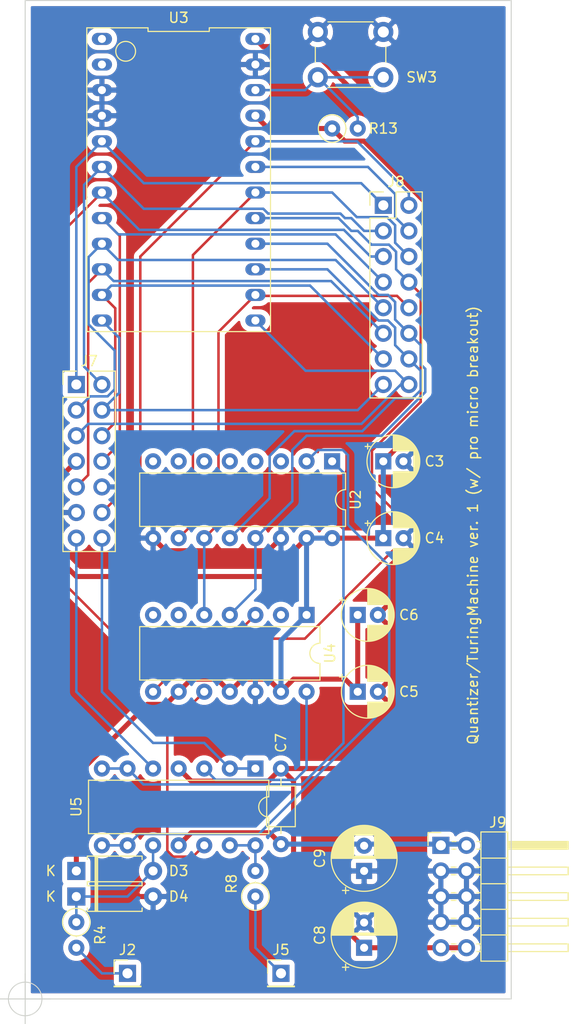
<source format=kicad_pcb>
(kicad_pcb (version 20171130) (host pcbnew "(5.1.8-0-10_14)")
  (layers (0 F.Cu signal) (31 B.Cu signal) (34 B.Paste user) (35 F.Paste user) (36 B.SilkS user) (37 F.SilkS user) (38 B.Mask user) (39 F.Mask user) (44 Edge.Cuts user))
  (net 0 "")
  (net 1 GND)
  (net 2 +5V)
  (net 3 +12V)
  (net 4 -12V)
  (net 5 "Net-(D3-Pad2)")
  (net 6 "Net-(J2-Pad1)")
  (net 7 "Net-(J5-Pad1)")
  (net 8 /Sheet628BB73E/i2c_data)
  (net 9 /Sheet628BB73E/i2c_clk)
  (net 10 /Sheet628BB73E/re_2)
  (net 11 /Sheet628BB73E/btn_enter)
  (net 12 /Sheet628BB73E/re_1)
  (net 13 /Sheet628BB73E/gate)
  (net 14 /Sheet628BB73E/audio_in_1)
  (net 15 /Sheet628BB73E/audio_out_1)
  (net 16 /Sheet628BB73E/D20_A2)
  (net 17 /Sheet628BB73E/CS_DA)
  (net 18 /Sheet628BB73E/CS_AD)
  (net 19 /Sheet628BB73E/D18_A0)
  (net 20 /Sheet628BB73E/D16)
  (net 21 /Sheet628BB73E/D15)
  (net 22 /Sheet628BB73E/D14)
  (net 23 "Net-(R8-Pad2)")
  (net 24 "Net-(R13-Pad2)")
  (net 25 "Net-(U2-Pad1)")
  (net 26 "Net-(U2-Pad2)")
  (net 27 "Net-(U2-Pad3)")
  (net 28 "Net-(U2-Pad4)")
  (net 29 "Net-(U2-Pad5)")
  (net 30 "Net-(U2-Pad6)")
  (net 31 "Net-(U2-Pad7)")
  (net 32 "Net-(U2-Pad8)")
  (net 33 "Net-(U3-Pad1)")
  (net 34 "Net-(U3-Pad2)")
  (net 35 "Net-(U4-Pad14)")
  (net 36 "Net-(U4-Pad7)")
  (net 37 "Net-(U4-Pad6)")
  (net 38 "Net-(U4-Pad10)")
  (net 39 "Net-(U4-Pad2)")
  (net 40 /Sheet628BB73E/TM_off)
  (net 41 /Sheet628BB73E/TM_on)
  (net 42 /Sheet628BB73E/TM_pot)
  (module Capacitor_THT:CP_Radial_D5.0mm_P2.00mm (layer F.Cu) (at 134.62 96.52)
    (fp_text reference C3 (at 5.08 0) (layer F.SilkS))
    (fp_text value 10u)
    (pad 2 thru_hole circle (at 2 0) (size 1.6 1.6) (drill 0.8) (layers *.Cu *.Mask) (net 1 GND))
    (pad 1 thru_hole rect (at 0 0) (size 1.6 1.6) (drill 0.8) (layers *.Cu *.Mask) (net 2 +5V))
  )
  (module Capacitor_THT:CP_Radial_D5.0mm_P2.00mm (layer F.Cu) (at 134.62 104.14)
    (fp_text reference C4 (at 5.08 0) (layer F.SilkS))
    (fp_text value 1u)
    (pad 1 thru_hole rect (at 0 0) (size 1.6 1.6) (drill 0.8) (layers *.Cu *.Mask) (net 2 +5V))
    (pad 2 thru_hole circle (at 2 0) (size 1.6 1.6) (drill 0.8) (layers *.Cu *.Mask) (net 1 GND))
  )
  (module Capacitor_THT:CP_Radial_D5.0mm_P2.00mm (layer F.Cu) (at 132.08 119.38)
    (fp_text reference C5 (at 5.08 0) (layer F.SilkS))
    (fp_text value 10u)
    (pad 2 thru_hole circle (at 2 0) (size 1.6 1.6) (drill 0.8) (layers *.Cu *.Mask) (net 1 GND))
    (pad 1 thru_hole rect (at 0 0) (size 1.6 1.6) (drill 0.8) (layers *.Cu *.Mask) (net 2 +5V))
  )
  (module Capacitor_THT:CP_Radial_D5.0mm_P2.00mm (layer F.Cu) (at 132.08 111.76)
    (fp_text reference C6 (at 5.08 0) (layer F.SilkS))
    (fp_text value 1u)
    (pad 1 thru_hole rect (at 0 0) (size 1.6 1.6) (drill 0.8) (layers *.Cu *.Mask) (net 2 +5V))
    (pad 2 thru_hole circle (at 2 0) (size 1.6 1.6) (drill 0.8) (layers *.Cu *.Mask) (net 1 GND))
  )
  (module Capacitor_THT:C_Axial_L3.8mm_D2.6mm_P7.50mm_Horizontal (layer F.Cu) (at 124.46 127 270)
    (fp_text reference C7 (at -2.54 0 90) (layer F.SilkS))
    (fp_text value 0.1u)
    (pad 1 thru_hole circle (at 0 0 270) (size 1.6 1.6) (drill 0.8) (layers *.Cu *.Mask) (net 3 +12V))
    (pad 2 thru_hole oval (at 7.5 0 270) (size 1.6 1.6) (drill 0.8) (layers *.Cu *.Mask) (net 4 -12V))
  )
  (module Capacitor_THT:CP_Radial_D6.3mm_P2.50mm (layer F.Cu) (at 132.715 144.78 90)
    (fp_text reference C8 (at 1.25 -4.4 90) (layer F.SilkS))
    (fp_text value 100u)
    (pad 1 thru_hole rect (at 0 0 90) (size 1.6 1.6) (drill 0.8) (layers *.Cu *.Mask) (net 3 +12V))
    (pad 2 thru_hole circle (at 2.5 0 90) (size 1.6 1.6) (drill 0.8) (layers *.Cu *.Mask) (net 1 GND))
  )
  (module Capacitor_THT:CP_Radial_D6.3mm_P2.50mm (layer F.Cu) (at 132.715 137.16 90)
    (fp_text reference C9 (at 1.25 -4.4 90) (layer F.SilkS))
    (fp_text value 100u)
    (pad 2 thru_hole circle (at 2.5 0 90) (size 1.6 1.6) (drill 0.8) (layers *.Cu *.Mask) (net 4 -12V))
    (pad 1 thru_hole rect (at 0 0 90) (size 1.6 1.6) (drill 0.8) (layers *.Cu *.Mask) (net 1 GND))
  )
  (module Diode_THT:D_A-405_P7.62mm_Horizontal (layer F.Cu) (at 104.14 137.16)
    (fp_text reference D3 (at 10.16 0) (layer F.SilkS))
    (fp_text value D)
    (fp_text user K (at -2.54 0) (layer F.SilkS))
    (pad 1 thru_hole rect (at 0 0) (size 1.8 1.8) (drill 0.9) (layers *.Cu *.Mask) (net 2 +5V))
    (pad 2 thru_hole oval (at 7.62 0) (size 1.8 1.8) (drill 0.9) (layers *.Cu *.Mask) (net 5 "Net-(D3-Pad2)"))
  )
  (module Diode_THT:D_A-405_P7.62mm_Horizontal (layer F.Cu) (at 104.14 139.7)
    (fp_text reference D4 (at 10.16 0) (layer F.SilkS))
    (fp_text value D)
    (fp_text user K (at -2.54 0) (layer F.SilkS))
    (pad 2 thru_hole oval (at 7.62 0) (size 1.8 1.8) (drill 0.9) (layers *.Cu *.Mask) (net 1 GND))
    (pad 1 thru_hole rect (at 0 0) (size 1.8 1.8) (drill 0.9) (layers *.Cu *.Mask) (net 5 "Net-(D3-Pad2)"))
  )
  (module Connector_PinHeader_2.54mm:PinHeader_1x01_P2.54mm_Vertical (layer F.Cu) (at 109.22 147.32)
    (fp_text reference J2 (at 0 -2.33) (layer F.SilkS))
    (fp_text value Audio_in_2)
    (pad 1 thru_hole rect (at 0 0) (size 1.7 1.7) (drill 1) (layers *.Cu *.Mask) (net 6 "Net-(J2-Pad1)"))
  )
  (module Connector_PinHeader_2.54mm:PinHeader_1x01_P2.54mm_Vertical (layer F.Cu) (at 124.46 147.32)
    (fp_text reference J5 (at 0 -2.33) (layer F.SilkS))
    (fp_text value Audio_out_2)
    (pad 1 thru_hole rect (at 0 0) (size 1.7 1.7) (drill 1) (layers *.Cu *.Mask) (net 7 "Net-(J5-Pad1)"))
  )
  (module Connector_PinHeader_2.54mm:PinHeader_2x08_P2.54mm_Vertical (layer F.Cu) (at 134.62 71.12)
    (fp_text reference J8 (at 1.27 -2.33) (layer F.SilkS))
    (fp_text value breakout)
    (pad 1 thru_hole rect (at 0 0) (size 1.7 1.7) (drill 1) (layers *.Cu *.Mask) (net 8 /Sheet628BB73E/i2c_data))
    (pad 2 thru_hole oval (at 2.54 0) (size 1.7 1.7) (drill 1) (layers *.Cu *.Mask) (net 42 /Sheet628BB73E/TM_pot))
    (pad 3 thru_hole oval (at 0 2.54) (size 1.7 1.7) (drill 1) (layers *.Cu *.Mask) (net 9 /Sheet628BB73E/i2c_clk))
    (pad 4 thru_hole oval (at 2.54 2.54) (size 1.7 1.7) (drill 1) (layers *.Cu *.Mask) (net 16 /Sheet628BB73E/D20_A2))
    (pad 5 thru_hole oval (at 0 5.08) (size 1.7 1.7) (drill 1) (layers *.Cu *.Mask) (net 17 /Sheet628BB73E/CS_DA))
    (pad 6 thru_hole oval (at 2.54 5.08) (size 1.7 1.7) (drill 1) (layers *.Cu *.Mask) (net 18 /Sheet628BB73E/CS_AD))
    (pad 7 thru_hole oval (at 0 7.62) (size 1.7 1.7) (drill 1) (layers *.Cu *.Mask) (net 41 /Sheet628BB73E/TM_on))
    (pad 8 thru_hole oval (at 2.54 7.62) (size 1.7 1.7) (drill 1) (layers *.Cu *.Mask) (net 19 /Sheet628BB73E/D18_A0))
    (pad 9 thru_hole oval (at 0 10.16) (size 1.7 1.7) (drill 1) (layers *.Cu *.Mask) (net 10 /Sheet628BB73E/re_2))
    (pad 10 thru_hole oval (at 2.54 10.16) (size 1.7 1.7) (drill 1) (layers *.Cu *.Mask) (net 20 /Sheet628BB73E/D16))
    (pad 11 thru_hole oval (at 0 12.7) (size 1.7 1.7) (drill 1) (layers *.Cu *.Mask) (net 13 /Sheet628BB73E/gate))
    (pad 12 thru_hole oval (at 2.54 12.7) (size 1.7 1.7) (drill 1) (layers *.Cu *.Mask) (net 21 /Sheet628BB73E/D15))
    (pad 13 thru_hole oval (at 0 15.24) (size 1.7 1.7) (drill 1) (layers *.Cu *.Mask) (net 40 /Sheet628BB73E/TM_off))
    (pad 14 thru_hole oval (at 2.54 15.24) (size 1.7 1.7) (drill 1) (layers *.Cu *.Mask) (net 22 /Sheet628BB73E/D14))
    (pad 15 thru_hole oval (at 0 17.78) (size 1.7 1.7) (drill 1) (layers *.Cu *.Mask) (net 11 /Sheet628BB73E/btn_enter))
    (pad 16 thru_hole oval (at 2.54 17.78) (size 1.7 1.7) (drill 1) (layers *.Cu *.Mask) (net 12 /Sheet628BB73E/re_1))
  )
  (module Connector_PinHeader_2.54mm:PinHeader_2x05_P2.54mm_Horizontal (layer F.Cu) (at 140.335 134.62)
    (fp_text reference J9 (at 5.655 -2.27) (layer F.SilkS))
    (fp_text value power_bus)
    (pad 1 thru_hole rect (at 0 0) (size 1.7 1.7) (drill 1) (layers *.Cu *.Mask) (net 4 -12V))
    (pad 2 thru_hole oval (at 2.54 0) (size 1.7 1.7) (drill 1) (layers *.Cu *.Mask) (net 4 -12V))
    (pad 3 thru_hole oval (at 0 2.54) (size 1.7 1.7) (drill 1) (layers *.Cu *.Mask) (net 1 GND))
    (pad 4 thru_hole oval (at 2.54 2.54) (size 1.7 1.7) (drill 1) (layers *.Cu *.Mask) (net 1 GND))
    (pad 5 thru_hole oval (at 0 5.08) (size 1.7 1.7) (drill 1) (layers *.Cu *.Mask) (net 1 GND))
    (pad 6 thru_hole oval (at 2.54 5.08) (size 1.7 1.7) (drill 1) (layers *.Cu *.Mask) (net 1 GND))
    (pad 7 thru_hole oval (at 0 7.62) (size 1.7 1.7) (drill 1) (layers *.Cu *.Mask) (net 1 GND))
    (pad 8 thru_hole oval (at 2.54 7.62) (size 1.7 1.7) (drill 1) (layers *.Cu *.Mask) (net 1 GND))
    (pad 9 thru_hole oval (at 0 10.16) (size 1.7 1.7) (drill 1) (layers *.Cu *.Mask) (net 3 +12V))
    (pad 10 thru_hole oval (at 2.54 10.16) (size 1.7 1.7) (drill 1) (layers *.Cu *.Mask) (net 3 +12V))
  )
  (module Resistor_THT:R_Axial_DIN0207_L6.3mm_D2.5mm_P2.54mm_Vertical (layer F.Cu) (at 104.14 142.24 270)
    (fp_text reference R4 (at 1.27 -2.37 90) (layer F.SilkS))
    (fp_text value 100k)
    (pad 2 thru_hole oval (at 2.54 0 270) (size 1.6 1.6) (drill 0.8) (layers *.Cu *.Mask) (net 6 "Net-(J2-Pad1)"))
    (pad 1 thru_hole circle (at 0 0 270) (size 1.6 1.6) (drill 0.8) (layers *.Cu *.Mask) (net 5 "Net-(D3-Pad2)"))
  )
  (module Resistor_THT:R_Axial_DIN0207_L6.3mm_D2.5mm_P2.54mm_Vertical (layer F.Cu) (at 121.92 139.7 90)
    (fp_text reference R8 (at 1.27 -2.37 90) (layer F.SilkS))
    (fp_text value 1k)
    (pad 1 thru_hole circle (at 0 0 90) (size 1.6 1.6) (drill 0.8) (layers *.Cu *.Mask) (net 7 "Net-(J5-Pad1)"))
    (pad 2 thru_hole oval (at 2.54 0 90) (size 1.6 1.6) (drill 0.8) (layers *.Cu *.Mask) (net 23 "Net-(R8-Pad2)"))
  )
  (module Resistor_THT:R_Axial_DIN0207_L6.3mm_D2.5mm_P2.54mm_Vertical (layer F.Cu) (at 129.54 63.5)
    (fp_text reference R13 (at 5.08 0) (layer F.SilkS))
    (fp_text value 10k)
    (pad 1 thru_hole circle (at 0 0) (size 1.6 1.6) (drill 0.8) (layers *.Cu *.Mask) (net 2 +5V))
    (pad 2 thru_hole oval (at 2.54 0) (size 1.6 1.6) (drill 0.8) (layers *.Cu *.Mask) (net 24 "Net-(R13-Pad2)"))
  )
  (module Button_Switch_THT:SW_PUSH_6mm (layer F.Cu) (at 134.62 58.42 180)
    (fp_text reference SW3 (at -3.81 0) (layer F.SilkS))
    (fp_text value reset)
    (pad 2 thru_hole circle (at 0 4.5 270) (size 2 2) (drill 1.1) (layers *.Cu *.Mask) (net 1 GND))
    (pad 1 thru_hole circle (at 0 0 270) (size 2 2) (drill 1.1) (layers *.Cu *.Mask) (net 24 "Net-(R13-Pad2)"))
    (pad 2 thru_hole circle (at 6.5 4.5 270) (size 2 2) (drill 1.1) (layers *.Cu *.Mask) (net 1 GND))
    (pad 1 thru_hole circle (at 6.5 0 270) (size 2 2) (drill 1.1) (layers *.Cu *.Mask) (net 24 "Net-(R13-Pad2)"))
  )
  (module Package_DIP:DIP-16_W7.62mm (layer F.Cu) (at 129.54 96.52 270)
    (fp_text reference U2 (at 3.81 -2.33 90) (layer F.SilkS))
    (fp_text value MCP3208)
    (pad 1 thru_hole rect (at 0 0 270) (size 1.6 1.6) (drill 0.8) (layers *.Cu *.Mask) (net 25 "Net-(U2-Pad1)"))
    (pad 9 thru_hole oval (at 7.62 17.78 270) (size 1.6 1.6) (drill 0.8) (layers *.Cu *.Mask) (net 1 GND))
    (pad 2 thru_hole oval (at 0 2.54 270) (size 1.6 1.6) (drill 0.8) (layers *.Cu *.Mask) (net 26 "Net-(U2-Pad2)"))
    (pad 10 thru_hole oval (at 7.62 15.24 270) (size 1.6 1.6) (drill 0.8) (layers *.Cu *.Mask) (net 18 /Sheet628BB73E/CS_AD))
    (pad 3 thru_hole oval (at 0 5.08 270) (size 1.6 1.6) (drill 0.8) (layers *.Cu *.Mask) (net 27 "Net-(U2-Pad3)"))
    (pad 11 thru_hole oval (at 7.62 12.7 270) (size 1.6 1.6) (drill 0.8) (layers *.Cu *.Mask) (net 20 /Sheet628BB73E/D16))
    (pad 4 thru_hole oval (at 0 7.62 270) (size 1.6 1.6) (drill 0.8) (layers *.Cu *.Mask) (net 28 "Net-(U2-Pad4)"))
    (pad 12 thru_hole oval (at 7.62 10.16 270) (size 1.6 1.6) (drill 0.8) (layers *.Cu *.Mask) (net 22 /Sheet628BB73E/D14))
    (pad 5 thru_hole oval (at 0 10.16 270) (size 1.6 1.6) (drill 0.8) (layers *.Cu *.Mask) (net 29 "Net-(U2-Pad5)"))
    (pad 13 thru_hole oval (at 7.62 7.62 270) (size 1.6 1.6) (drill 0.8) (layers *.Cu *.Mask) (net 21 /Sheet628BB73E/D15))
    (pad 6 thru_hole oval (at 0 12.7 270) (size 1.6 1.6) (drill 0.8) (layers *.Cu *.Mask) (net 30 "Net-(U2-Pad6)"))
    (pad 14 thru_hole oval (at 7.62 5.08 270) (size 1.6 1.6) (drill 0.8) (layers *.Cu *.Mask) (net 1 GND))
    (pad 7 thru_hole oval (at 0 15.24 270) (size 1.6 1.6) (drill 0.8) (layers *.Cu *.Mask) (net 31 "Net-(U2-Pad7)"))
    (pad 15 thru_hole oval (at 7.62 2.54 270) (size 1.6 1.6) (drill 0.8) (layers *.Cu *.Mask) (net 2 +5V))
    (pad 8 thru_hole oval (at 0 17.78 270) (size 1.6 1.6) (drill 0.8) (layers *.Cu *.Mask) (net 32 "Net-(U2-Pad8)"))
    (pad 16 thru_hole oval (at 7.62 0 270) (size 1.6 1.6) (drill 0.8) (layers *.Cu *.Mask) (net 2 +5V))
  )
  (module ClockGenerator:Pro_Micro_Top_side_Up (layer F.Cu) (at 114.3 68.58 270)
    (fp_text reference U3 (at -16.07 0) (layer F.SilkS))
    (fp_text value ProMicro)
    (pad 24 thru_hole oval (at -13.97 -7.62 270) (size 1.2 2) (drill 0.8) (layers *.Cu *.Mask) (net 3 +12V))
    (pad 1 thru_hole oval (at -13.97 7.62 270) (size 1.2 2) (drill 0.8) (layers *.Cu *.Mask) (net 33 "Net-(U3-Pad1)"))
    (pad 23 thru_hole oval (at -11.43 -7.62 270) (size 1.2 2) (drill 0.8) (layers *.Cu *.Mask) (net 1 GND))
    (pad 2 thru_hole oval (at -11.43 7.62 270) (size 1.2 2) (drill 0.8) (layers *.Cu *.Mask) (net 34 "Net-(U3-Pad2)"))
    (pad 22 thru_hole oval (at -8.89 -7.62 270) (size 1.2 2) (drill 0.8) (layers *.Cu *.Mask) (net 24 "Net-(R13-Pad2)"))
    (pad 3 thru_hole oval (at -8.89 7.62 270) (size 1.2 2) (drill 0.8) (layers *.Cu *.Mask) (net 1 GND))
    (pad 21 thru_hole oval (at -6.35 -7.62 270) (size 1.2 2) (drill 0.8) (layers *.Cu *.Mask) (net 2 +5V))
    (pad 4 thru_hole oval (at -6.35 7.62 270) (size 1.2 2) (drill 0.8) (layers *.Cu *.Mask) (net 1 GND))
    (pad 20 thru_hole oval (at -3.81 -7.62 270) (size 1.2 2) (drill 0.8) (layers *.Cu *.Mask) (net 42 /Sheet628BB73E/TM_pot))
    (pad 5 thru_hole oval (at -3.81 7.62 270) (size 1.2 2) (drill 0.8) (layers *.Cu *.Mask) (net 8 /Sheet628BB73E/i2c_data))
    (pad 19 thru_hole oval (at -1.27 -7.62 270) (size 1.2 2) (drill 0.8) (layers *.Cu *.Mask) (net 16 /Sheet628BB73E/D20_A2))
    (pad 6 thru_hole oval (at -1.27 7.62 270) (size 1.2 2) (drill 0.8) (layers *.Cu *.Mask) (net 9 /Sheet628BB73E/i2c_clk))
    (pad 18 thru_hole oval (at 1.27 -7.62 270) (size 1.2 2) (drill 0.8) (layers *.Cu *.Mask) (net 18 /Sheet628BB73E/CS_AD))
    (pad 7 thru_hole oval (at 1.27 7.62 270) (size 1.2 2) (drill 0.8) (layers *.Cu *.Mask) (net 17 /Sheet628BB73E/CS_DA))
    (pad 17 thru_hole oval (at 3.81 -7.62 270) (size 1.2 2) (drill 0.8) (layers *.Cu *.Mask) (net 19 /Sheet628BB73E/D18_A0))
    (pad 8 thru_hole oval (at 3.81 7.62 270) (size 1.2 2) (drill 0.8) (layers *.Cu *.Mask) (net 41 /Sheet628BB73E/TM_on))
    (pad 16 thru_hole oval (at 6.35 -7.62 270) (size 1.2 2) (drill 0.8) (layers *.Cu *.Mask) (net 21 /Sheet628BB73E/D15))
    (pad 9 thru_hole oval (at 6.35 7.62 270) (size 1.2 2) (drill 0.8) (layers *.Cu *.Mask) (net 10 /Sheet628BB73E/re_2))
    (pad 15 thru_hole oval (at 8.89 -7.62 270) (size 1.2 2) (drill 0.8) (layers *.Cu *.Mask) (net 22 /Sheet628BB73E/D14))
    (pad 10 thru_hole oval (at 8.89 7.62 270) (size 1.2 2) (drill 0.8) (layers *.Cu *.Mask) (net 13 /Sheet628BB73E/gate))
    (pad 14 thru_hole oval (at 11.43 -7.62 270) (size 1.2 2) (drill 0.8) (layers *.Cu *.Mask) (net 20 /Sheet628BB73E/D16))
    (pad 11 thru_hole oval (at 11.43 7.62 270) (size 1.2 2) (drill 0.8) (layers *.Cu *.Mask) (net 40 /Sheet628BB73E/TM_off))
    (pad 13 thru_hole oval (at 13.97 -7.62 270) (size 1.2 2) (drill 0.8) (layers *.Cu *.Mask) (net 12 /Sheet628BB73E/re_1))
    (pad 12 thru_hole oval (at 13.97 7.62 270) (size 1.2 2) (drill 0.8) (layers *.Cu *.Mask) (net 11 /Sheet628BB73E/btn_enter))
  )
  (module Package_DIP:DIP-14_W7.62mm (layer F.Cu) (at 127 111.76 270)
    (fp_text reference U4 (at 3.81 -2.33 90) (layer F.SilkS))
    (fp_text value MCP4922)
    (pad 14 thru_hole oval (at 7.62 0 270) (size 1.6 1.6) (drill 0.8) (layers *.Cu *.Mask) (net 35 "Net-(U4-Pad14)"))
    (pad 7 thru_hole oval (at 0 15.24 270) (size 1.6 1.6) (drill 0.8) (layers *.Cu *.Mask) (net 36 "Net-(U4-Pad7)"))
    (pad 13 thru_hole oval (at 7.62 2.54 270) (size 1.6 1.6) (drill 0.8) (layers *.Cu *.Mask) (net 2 +5V))
    (pad 6 thru_hole oval (at 0 12.7 270) (size 1.6 1.6) (drill 0.8) (layers *.Cu *.Mask) (net 37 "Net-(U4-Pad6)"))
    (pad 12 thru_hole oval (at 7.62 5.08 270) (size 1.6 1.6) (drill 0.8) (layers *.Cu *.Mask) (net 1 GND))
    (pad 5 thru_hole oval (at 0 10.16 270) (size 1.6 1.6) (drill 0.8) (layers *.Cu *.Mask) (net 20 /Sheet628BB73E/D16))
    (pad 11 thru_hole oval (at 7.62 7.62 270) (size 1.6 1.6) (drill 0.8) (layers *.Cu *.Mask) (net 2 +5V))
    (pad 4 thru_hole oval (at 0 7.62 270) (size 1.6 1.6) (drill 0.8) (layers *.Cu *.Mask) (net 21 /Sheet628BB73E/D15))
    (pad 10 thru_hole oval (at 7.62 10.16 270) (size 1.6 1.6) (drill 0.8) (layers *.Cu *.Mask) (net 38 "Net-(U4-Pad10)"))
    (pad 3 thru_hole oval (at 0 5.08 270) (size 1.6 1.6) (drill 0.8) (layers *.Cu *.Mask) (net 17 /Sheet628BB73E/CS_DA))
    (pad 9 thru_hole oval (at 7.62 12.7 270) (size 1.6 1.6) (drill 0.8) (layers *.Cu *.Mask) (net 2 +5V))
    (pad 2 thru_hole oval (at 0 2.54 270) (size 1.6 1.6) (drill 0.8) (layers *.Cu *.Mask) (net 39 "Net-(U4-Pad2)"))
    (pad 8 thru_hole oval (at 7.62 15.24 270) (size 1.6 1.6) (drill 0.8) (layers *.Cu *.Mask) (net 19 /Sheet628BB73E/D18_A0))
    (pad 1 thru_hole rect (at 0 0 270) (size 1.6 1.6) (drill 0.8) (layers *.Cu *.Mask) (net 2 +5V))
  )
  (module Package_DIP:DIP-14_W7.62mm (layer F.Cu) (at 121.92 127 270)
    (fp_text reference U5 (at 3.81 17.78 90) (layer F.SilkS))
    (fp_text value TL074)
    (pad 1 thru_hole rect (at 0 0 270) (size 1.6 1.6) (drill 0.8) (layers *.Cu *.Mask) (net 15 /Sheet628BB73E/audio_out_1))
    (pad 8 thru_hole oval (at 7.62 15.24 270) (size 1.6 1.6) (drill 0.8) (layers *.Cu *.Mask) (net 26 "Net-(U2-Pad2)"))
    (pad 2 thru_hole oval (at 0 2.54 270) (size 1.6 1.6) (drill 0.8) (layers *.Cu *.Mask) (net 15 /Sheet628BB73E/audio_out_1))
    (pad 9 thru_hole oval (at 7.62 12.7 270) (size 1.6 1.6) (drill 0.8) (layers *.Cu *.Mask) (net 26 "Net-(U2-Pad2)"))
    (pad 3 thru_hole oval (at 0 5.08 270) (size 1.6 1.6) (drill 0.8) (layers *.Cu *.Mask) (net 35 "Net-(U4-Pad14)"))
    (pad 10 thru_hole oval (at 7.62 10.16 270) (size 1.6 1.6) (drill 0.8) (layers *.Cu *.Mask) (net 5 "Net-(D3-Pad2)"))
    (pad 4 thru_hole oval (at 0 7.62 270) (size 1.6 1.6) (drill 0.8) (layers *.Cu *.Mask) (net 3 +12V))
    (pad 11 thru_hole oval (at 7.62 7.62 270) (size 1.6 1.6) (drill 0.8) (layers *.Cu *.Mask) (net 4 -12V))
    (pad 5 thru_hole oval (at 0 10.16 270) (size 1.6 1.6) (drill 0.8) (layers *.Cu *.Mask) (net 14 /Sheet628BB73E/audio_in_1))
    (pad 12 thru_hole oval (at 7.62 5.08 270) (size 1.6 1.6) (drill 0.8) (layers *.Cu *.Mask) (net 38 "Net-(U4-Pad10)"))
    (pad 6 thru_hole oval (at 0 12.7 270) (size 1.6 1.6) (drill 0.8) (layers *.Cu *.Mask) (net 25 "Net-(U2-Pad1)"))
    (pad 13 thru_hole oval (at 7.62 2.54 270) (size 1.6 1.6) (drill 0.8) (layers *.Cu *.Mask) (net 23 "Net-(R8-Pad2)"))
    (pad 7 thru_hole oval (at 0 15.24 270) (size 1.6 1.6) (drill 0.8) (layers *.Cu *.Mask) (net 25 "Net-(U2-Pad1)"))
    (pad 14 thru_hole oval (at 7.62 0 270) (size 1.6 1.6) (drill 0.8) (layers *.Cu *.Mask) (net 23 "Net-(R8-Pad2)"))
  )
  (module Connector_PinHeader_2.54mm:PinHeader_2x07_P2.54mm_Vertical (layer F.Cu) (at 104.14 88.9)
    (fp_text reference J7 (at 1.27 -2.33) (layer F.SilkS))
    (fp_text value Conn_02x07_Odd_Even)
    (pad 1 thru_hole rect (at 0 0) (size 1.7 1.7) (drill 1) (layers *.Cu *.Mask) (net 8 /Sheet628BB73E/i2c_data))
    (pad 2 thru_hole oval (at 2.54 0) (size 1.7 1.7) (drill 1) (layers *.Cu *.Mask) (net 9 /Sheet628BB73E/i2c_clk))
    (pad 3 thru_hole oval (at 0 2.54) (size 1.7 1.7) (drill 1) (layers *.Cu *.Mask) (net 10 /Sheet628BB73E/re_2))
    (pad 4 thru_hole oval (at 2.54 2.54) (size 1.7 1.7) (drill 1) (layers *.Cu *.Mask) (net 11 /Sheet628BB73E/btn_enter))
    (pad 5 thru_hole oval (at 0 5.08) (size 1.7 1.7) (drill 1) (layers *.Cu *.Mask) (net 12 /Sheet628BB73E/re_1))
    (pad 6 thru_hole oval (at 2.54 5.08) (size 1.7 1.7) (drill 1) (layers *.Cu *.Mask) (net 40 /Sheet628BB73E/TM_off))
    (pad 7 thru_hole oval (at 0 7.62) (size 1.7 1.7) (drill 1) (layers *.Cu *.Mask) (net 2 +5V))
    (pad 8 thru_hole oval (at 2.54 7.62) (size 1.7 1.7) (drill 1) (layers *.Cu *.Mask) (net 41 /Sheet628BB73E/TM_on))
    (pad 9 thru_hole oval (at 0 10.16) (size 1.7 1.7) (drill 1) (layers *.Cu *.Mask) (net 13 /Sheet628BB73E/gate))
    (pad 10 thru_hole oval (at 2.54 10.16) (size 1.7 1.7) (drill 1) (layers *.Cu *.Mask) (net 1 GND))
    (pad 11 thru_hole oval (at 0 12.7) (size 1.7 1.7) (drill 1) (layers *.Cu *.Mask) (net 1 GND))
    (pad 12 thru_hole oval (at 2.54 12.7) (size 1.7 1.7) (drill 1) (layers *.Cu *.Mask) (net 42 /Sheet628BB73E/TM_pot))
    (pad 13 thru_hole oval (at 0 15.24) (size 1.7 1.7) (drill 1) (layers *.Cu *.Mask) (net 14 /Sheet628BB73E/audio_in_1))
    (pad 14 thru_hole oval (at 2.54 15.24) (size 1.7 1.7) (drill 1) (layers *.Cu *.Mask) (net 15 /Sheet628BB73E/audio_out_1))
  )
  (gr_text "Quantizer/TuringMachine ver. 1 (w/ pro micro breakout)" (at 143.51 102.87 90) (layer F.SilkS) (effects (font (size 1 1))))
  (target plus (at 99.06 149.86) (size 5) (width 0.1) (layer Edge.Cuts))
  (gr_line (start 147.32 50.8) (end 99.06 50.8) (layer Edge.Cuts) (width 0.1))
  (gr_line (start 147.32 149.86) (end 147.32 50.8) (layer Edge.Cuts) (width 0.1))
  (gr_line (start 99.06 149.86) (end 147.32 149.86) (layer Edge.Cuts) (width 0.1))
  (gr_line (start 99.06 50.8) (end 99.06 149.86) (layer Edge.Cuts) (width 0.1))
  (segment (start 123.209999 105.390001) (end 113.010001 105.390001) (width 0.5) (layer F.Cu) (net 1))
  (segment (start 113.010001 105.390001) (end 111.76 104.14) (width 0.5) (layer F.Cu) (net 1))
  (segment (start 124.46 104.14) (end 123.209999 105.390001) (width 0.5) (layer F.Cu) (net 1))
  (segment (start 132.08 119.38) (end 132.08 111.76) (width 0.5) (layer F.Cu) (net 2))
  (segment (start 125.710001 118.129999) (end 124.46 119.38) (width 0.5) (layer F.Cu) (net 2))
  (segment (start 130.829999 118.129999) (end 125.710001 118.129999) (width 0.5) (layer F.Cu) (net 2))
  (segment (start 132.08 119.38) (end 130.829999 118.129999) (width 0.5) (layer F.Cu) (net 2))
  (segment (start 120.630001 118.129999) (end 119.38 119.38) (width 0.5) (layer F.Cu) (net 2))
  (segment (start 123.209999 118.129999) (end 120.630001 118.129999) (width 0.5) (layer F.Cu) (net 2))
  (segment (start 124.46 119.38) (end 123.209999 118.129999) (width 0.5) (layer F.Cu) (net 2))
  (segment (start 115.550001 118.129999) (end 114.3 119.38) (width 0.5) (layer F.Cu) (net 2))
  (segment (start 118.129999 118.129999) (end 115.550001 118.129999) (width 0.5) (layer F.Cu) (net 2))
  (segment (start 119.38 119.38) (end 118.129999 118.129999) (width 0.5) (layer F.Cu) (net 2))
  (segment (start 124.46 114.3) (end 127 111.76) (width 0.5) (layer B.Cu) (net 2))
  (segment (start 124.46 119.38) (end 124.46 114.3) (width 0.5) (layer B.Cu) (net 2))
  (segment (start 127 111.76) (end 127 104.14) (width 0.5) (layer B.Cu) (net 2))
  (segment (start 127 104.14) (end 129.54 104.14) (width 0.5) (layer B.Cu) (net 2))
  (segment (start 129.54 104.14) (end 134.62 104.14) (width 0.5) (layer F.Cu) (net 2))
  (segment (start 134.62 96.52) (end 134.62 104.14) (width 0.5) (layer B.Cu) (net 2))
  (segment (start 104.14 127.689998) (end 104.14 137.16) (width 0.5) (layer F.Cu) (net 2))
  (segment (start 111.199997 120.630001) (end 104.14 127.689998) (width 0.5) (layer F.Cu) (net 2))
  (segment (start 113.049999 120.630001) (end 111.199997 120.630001) (width 0.5) (layer F.Cu) (net 2))
  (segment (start 114.3 119.38) (end 113.049999 120.630001) (width 0.5) (layer F.Cu) (net 2))
  (segment (start 130.790001 64.750001) (end 132.714003 64.750001) (width 0.5) (layer F.Cu) (net 2))
  (segment (start 132.714003 64.750001) (end 140.97 73.005998) (width 0.5) (layer F.Cu) (net 2))
  (segment (start 129.54 63.5) (end 130.790001 64.750001) (width 0.5) (layer F.Cu) (net 2))
  (segment (start 140.97 73.005998) (end 140.97 92.71) (width 0.5) (layer F.Cu) (net 2))
  (segment (start 140.97 92.71) (end 139.7 93.98) (width 0.5) (layer F.Cu) (net 2))
  (segment (start 137.16 93.98) (end 134.62 96.52) (width 0.5) (layer F.Cu) (net 2))
  (segment (start 139.7 93.98) (end 137.16 93.98) (width 0.5) (layer F.Cu) (net 2))
  (segment (start 123.19 63.5) (end 121.92 62.23) (width 0.5) (layer F.Cu) (net 2))
  (segment (start 129.54 63.5) (end 123.19 63.5) (width 0.5) (layer F.Cu) (net 2))
  (segment (start 125.749999 105.390001) (end 127 104.14) (width 0.5) (layer F.Cu) (net 2))
  (segment (start 101.6 99.06) (end 101.6 105.41) (width 0.5) (layer F.Cu) (net 2))
  (segment (start 104.14 107.95) (end 123.19 107.95) (width 0.5) (layer F.Cu) (net 2))
  (segment (start 123.19 107.95) (end 125.749999 105.390001) (width 0.5) (layer F.Cu) (net 2))
  (segment (start 101.6 105.41) (end 104.14 107.95) (width 0.5) (layer F.Cu) (net 2))
  (segment (start 104.14 96.52) (end 101.6 99.06) (width 0.5) (layer F.Cu) (net 2))
  (segment (start 123.209999 128.250001) (end 124.46 127) (width 0.5) (layer F.Cu) (net 3))
  (segment (start 115.550001 128.250001) (end 123.209999 128.250001) (width 0.5) (layer F.Cu) (net 3))
  (segment (start 114.3 127) (end 115.550001 128.250001) (width 0.5) (layer F.Cu) (net 3))
  (segment (start 132.715 144.78) (end 142.875 144.78) (width 0.5) (layer F.Cu) (net 3))
  (segment (start 127.216003 55.370001) (end 142.875 71.028998) (width 0.5) (layer F.Cu) (net 3))
  (segment (start 122.680001 55.370001) (end 127.216003 55.370001) (width 0.5) (layer F.Cu) (net 3))
  (segment (start 121.92 54.61) (end 122.680001 55.370001) (width 0.5) (layer F.Cu) (net 3))
  (segment (start 125.710001 137.775001) (end 132.715 144.78) (width 0.5) (layer F.Cu) (net 3))
  (segment (start 125.710001 128.250001) (end 125.710001 137.775001) (width 0.5) (layer F.Cu) (net 3))
  (segment (start 124.46 127) (end 125.710001 128.250001) (width 0.5) (layer F.Cu) (net 3))
  (segment (start 142.875 118.745) (end 142.875 106.045) (width 0.5) (layer F.Cu) (net 3))
  (segment (start 134.62 127) (end 142.875 118.745) (width 0.5) (layer F.Cu) (net 3))
  (segment (start 124.46 127) (end 134.62 127) (width 0.5) (layer F.Cu) (net 3))
  (segment (start 142.875 106.045) (end 142.875 112.435002) (width 0.5) (layer F.Cu) (net 3))
  (segment (start 142.875 71.028998) (end 142.875 106.045) (width 0.5) (layer F.Cu) (net 3))
  (segment (start 123.329999 133.369999) (end 124.46 134.5) (width 0.5) (layer F.Cu) (net 4))
  (segment (start 115.550001 133.369999) (end 123.329999 133.369999) (width 0.5) (layer F.Cu) (net 4))
  (segment (start 114.3 134.62) (end 115.550001 133.369999) (width 0.5) (layer F.Cu) (net 4))
  (segment (start 124.58 134.62) (end 124.46 134.5) (width 0.5) (layer B.Cu) (net 4))
  (segment (start 142.755 134.5) (end 142.875 134.62) (width 0.5) (layer B.Cu) (net 4))
  (segment (start 124.46 134.5) (end 142.755 134.5) (width 0.5) (layer B.Cu) (net 4))
  (segment (start 104.14 142.24) (end 104.14 139.7) (width 0.25) (layer B.Cu) (net 5))
  (segment (start 104.14 139.7) (end 109.22 139.7) (width 0.25) (layer B.Cu) (net 5))
  (segment (start 109.22 139.7) (end 111.76 137.16) (width 0.25) (layer B.Cu) (net 5))
  (segment (start 111.76 137.16) (end 111.76 134.62) (width 0.25) (layer B.Cu) (net 5))
  (segment (start 109.22 147.32) (end 106.68 147.32) (width 0.25) (layer B.Cu) (net 6))
  (segment (start 106.68 147.32) (end 104.14 144.78) (width 0.25) (layer B.Cu) (net 6))
  (segment (start 121.92 144.78) (end 124.46 147.32) (width 0.25) (layer B.Cu) (net 7))
  (segment (start 121.92 139.7) (end 121.92 144.78) (width 0.25) (layer B.Cu) (net 7))
  (segment (start 110.83499 68.92499) (end 106.68 64.77) (width 0.25) (layer B.Cu) (net 8))
  (segment (start 132.42499 68.92499) (end 110.83499 68.92499) (width 0.25) (layer B.Cu) (net 8))
  (segment (start 134.62 71.12) (end 132.42499 68.92499) (width 0.25) (layer B.Cu) (net 8))
  (segment (start 104.14 67.31) (end 106.68 64.77) (width 0.25) (layer B.Cu) (net 8))
  (segment (start 104.14 70.485) (end 104.14 88.9) (width 0.25) (layer B.Cu) (net 8))
  (segment (start 104.14 67.31) (end 104.14 70.485) (width 0.25) (layer B.Cu) (net 8))
  (segment (start 104.14 88.9) (end 104.14 88.265) (width 0.25) (layer B.Cu) (net 8))
  (segment (start 134.62 73.66) (end 132.71641 73.66) (width 0.25) (layer B.Cu) (net 9))
  (segment (start 132.71641 73.66) (end 132.2664 73.20999) (width 0.25) (layer B.Cu) (net 9))
  (segment (start 131.44641 72.39) (end 130.81282 72.39) (width 0.25) (layer B.Cu) (net 9))
  (segment (start 132.2664 73.20999) (end 131.44641 72.39) (width 0.25) (layer B.Cu) (net 9))
  (segment (start 130.81282 72.39) (end 130.81141 72.38859) (width 0.25) (layer B.Cu) (net 9))
  (segment (start 110.83499 71.46499) (end 106.68 67.31) (width 0.25) (layer B.Cu) (net 9))
  (segment (start 123.178152 71.939991) (end 122.703151 71.46499) (width 0.25) (layer B.Cu) (net 9))
  (segment (start 122.703151 71.46499) (end 110.83499 71.46499) (width 0.25) (layer B.Cu) (net 9))
  (segment (start 130.362811 71.939991) (end 123.178152 71.939991) (width 0.25) (layer B.Cu) (net 9))
  (segment (start 130.81282 72.39) (end 130.362811 71.939991) (width 0.25) (layer B.Cu) (net 9))
  (segment (start 105.35499 87.57499) (end 106.68 88.9) (width 0.25) (layer B.Cu) (net 9))
  (segment (start 106.68 67.31) (end 105.35499 68.63501) (width 0.25) (layer B.Cu) (net 9))
  (segment (start 104.90498 69.08502) (end 104.90498 87.12498) (width 0.25) (layer B.Cu) (net 9))
  (segment (start 105.35499 68.63501) (end 104.90498 69.08502) (width 0.25) (layer B.Cu) (net 9))
  (segment (start 104.90498 87.12498) (end 105.41 87.63) (width 0.25) (layer B.Cu) (net 9))
  (segment (start 108.29499 76.54499) (end 106.68 74.93) (width 0.25) (layer B.Cu) (net 10))
  (segment (start 129.88499 76.54499) (end 108.29499 76.54499) (width 0.25) (layer B.Cu) (net 10))
  (segment (start 134.62 81.28) (end 129.88499 76.54499) (width 0.25) (layer B.Cu) (net 10))
  (segment (start 107.244001 90.075001) (end 107.95 89.369002) (width 0.25) (layer B.Cu) (net 10))
  (segment (start 105.504999 90.075001) (end 107.244001 90.075001) (width 0.25) (layer B.Cu) (net 10))
  (segment (start 104.14 91.44) (end 105.504999 90.075001) (width 0.25) (layer B.Cu) (net 10))
  (segment (start 105.35499 76.25501) (end 106.68 74.93) (width 0.25) (layer B.Cu) (net 10))
  (segment (start 105.35499 82.933151) (end 105.35499 76.25501) (width 0.25) (layer B.Cu) (net 10))
  (segment (start 107.95 85.528161) (end 105.35499 82.933151) (width 0.25) (layer B.Cu) (net 10))
  (segment (start 107.95 89.369002) (end 107.95 85.528161) (width 0.25) (layer B.Cu) (net 10))
  (segment (start 132.08 91.44) (end 134.62 88.9) (width 0.25) (layer B.Cu) (net 11))
  (segment (start 106.68 91.44) (end 132.08 91.44) (width 0.25) (layer B.Cu) (net 11))
  (segment (start 108.400009 89.719991) (end 106.68 91.44) (width 0.25) (layer B.Cu) (net 11))
  (segment (start 108.400009 84.270009) (end 108.400009 89.719991) (width 0.25) (layer B.Cu) (net 11))
  (segment (start 106.68 82.55) (end 108.400009 84.270009) (width 0.25) (layer B.Cu) (net 11))
  (segment (start 135.795001 87.535001) (end 137.16 88.9) (width 0.25) (layer B.Cu) (net 12))
  (segment (start 126.905001 87.535001) (end 135.795001 87.535001) (width 0.25) (layer B.Cu) (net 12))
  (segment (start 121.92 82.55) (end 126.905001 87.535001) (width 0.25) (layer B.Cu) (net 12))
  (segment (start 105.315001 92.804999) (end 104.14 93.98) (width 0.25) (layer B.Cu) (net 12))
  (segment (start 132.454003 92.804999) (end 105.315001 92.804999) (width 0.25) (layer B.Cu) (net 12))
  (segment (start 136.359002 88.9) (end 132.454003 92.804999) (width 0.25) (layer B.Cu) (net 12))
  (segment (start 137.16 88.9) (end 136.359002 88.9) (width 0.25) (layer B.Cu) (net 12))
  (segment (start 107.84498 78.63498) (end 106.68 77.47) (width 0.25) (layer B.Cu) (net 13))
  (segment (start 129.43498 78.63498) (end 107.84498 78.63498) (width 0.25) (layer B.Cu) (net 13))
  (segment (start 134.62 83.82) (end 129.43498 78.63498) (width 0.25) (layer B.Cu) (net 13))
  (segment (start 105.315001 97.884999) (end 104.14 99.06) (width 0.25) (layer F.Cu) (net 13))
  (segment (start 105.315001 78.834999) (end 105.315001 97.884999) (width 0.25) (layer F.Cu) (net 13))
  (segment (start 106.68 77.47) (end 105.315001 78.834999) (width 0.25) (layer F.Cu) (net 13))
  (segment (start 111.76 127) (end 104.14 119.38) (width 0.25) (layer B.Cu) (net 14))
  (segment (start 104.14 104.14) (end 104.14 119.38) (width 0.25) (layer B.Cu) (net 14))
  (segment (start 106.68 119.38) (end 111.76 124.46) (width 0.25) (layer B.Cu) (net 15))
  (segment (start 116.84 124.46) (end 119.38 127) (width 0.25) (layer B.Cu) (net 15))
  (segment (start 111.76 124.46) (end 116.84 124.46) (width 0.25) (layer B.Cu) (net 15))
  (segment (start 119.38 127) (end 121.92 127) (width 0.25) (layer B.Cu) (net 15))
  (segment (start 106.68 104.14) (end 106.68 119.38) (width 0.25) (layer B.Cu) (net 15))
  (segment (start 137.16 69.917919) (end 137.16 71.12) (width 0.25) (layer B.Cu) (net 42))
  (segment (start 132.012081 64.77) (end 137.16 69.917919) (width 0.25) (layer B.Cu) (net 42))
  (segment (start 121.92 64.77) (end 132.012081 64.77) (width 0.25) (layer B.Cu) (net 42))
  (segment (start 133.095002 67.31) (end 121.92 67.31) (width 0.25) (layer B.Cu) (net 16))
  (segment (start 135.795001 70.009999) (end 133.095002 67.31) (width 0.25) (layer B.Cu) (net 16))
  (segment (start 135.795001 72.295001) (end 135.795001 70.009999) (width 0.25) (layer B.Cu) (net 16))
  (segment (start 137.16 73.66) (end 135.795001 72.295001) (width 0.25) (layer B.Cu) (net 16))
  (segment (start 130.70498 73.55498) (end 110.38498 73.55498) (width 0.25) (layer B.Cu) (net 17))
  (segment (start 110.38498 73.55498) (end 106.68 69.85) (width 0.25) (layer B.Cu) (net 17))
  (segment (start 133.35 76.2) (end 130.70498 73.55498) (width 0.25) (layer B.Cu) (net 17))
  (segment (start 134.62 76.2) (end 133.35 76.2) (width 0.25) (layer B.Cu) (net 17))
  (segment (start 120.015 113.665) (end 121.92 111.76) (width 0.25) (layer F.Cu) (net 17))
  (segment (start 101.02499 106.73999) (end 107.95 113.665) (width 0.25) (layer F.Cu) (net 17))
  (segment (start 107.95 113.665) (end 120.015 113.665) (width 0.25) (layer F.Cu) (net 17))
  (segment (start 101.02499 75.50501) (end 101.02499 106.73999) (width 0.25) (layer F.Cu) (net 17))
  (segment (start 106.68 69.85) (end 101.02499 75.50501) (width 0.25) (layer F.Cu) (net 17))
  (segment (start 137.16 76.2) (end 135.795001 74.835001) (width 0.25) (layer B.Cu) (net 18))
  (segment (start 129.54282 69.85) (end 121.92 69.85) (width 0.25) (layer B.Cu) (net 18))
  (segment (start 135.795001 73.095999) (end 134.994003 72.295001) (width 0.25) (layer B.Cu) (net 18))
  (segment (start 131.987821 72.295001) (end 129.54282 69.85) (width 0.25) (layer B.Cu) (net 18))
  (segment (start 134.994003 72.295001) (end 131.987821 72.295001) (width 0.25) (layer B.Cu) (net 18))
  (segment (start 135.795001 74.835001) (end 135.795001 73.095999) (width 0.25) (layer B.Cu) (net 18))
  (segment (start 115.714999 102.725001) (end 114.3 104.14) (width 0.25) (layer F.Cu) (net 18))
  (segment (start 115.714999 76.055001) (end 115.714999 102.725001) (width 0.25) (layer F.Cu) (net 18))
  (segment (start 121.92 69.85) (end 115.714999 76.055001) (width 0.25) (layer F.Cu) (net 18))
  (segment (start 129.88499 74.00499) (end 108.29499 74.00499) (width 0.25) (layer B.Cu) (net 41))
  (segment (start 108.29499 74.00499) (end 106.68 72.39) (width 0.25) (layer B.Cu) (net 41))
  (segment (start 134.62 78.74) (end 129.88499 74.00499) (width 0.25) (layer B.Cu) (net 41))
  (segment (start 132.08 73.66) (end 131.44641 73.66) (width 0.25) (layer B.Cu) (net 19))
  (segment (start 135.184001 75.024999) (end 133.444999 75.024999) (width 0.25) (layer B.Cu) (net 19))
  (segment (start 130.17641 72.39) (end 121.92 72.39) (width 0.25) (layer B.Cu) (net 19))
  (segment (start 135.89 75.730998) (end 135.184001 75.024999) (width 0.25) (layer B.Cu) (net 19))
  (segment (start 133.444999 75.024999) (end 132.08 73.66) (width 0.25) (layer B.Cu) (net 19))
  (segment (start 135.89 77.47) (end 135.89 75.730998) (width 0.25) (layer B.Cu) (net 19))
  (segment (start 131.44641 73.66) (end 130.17641 72.39) (width 0.25) (layer B.Cu) (net 19))
  (segment (start 137.16 78.74) (end 135.89 77.47) (width 0.25) (layer B.Cu) (net 19))
  (segment (start 117.02499 114.11501) (end 111.76 119.38) (width 0.25) (layer F.Cu) (net 19))
  (segment (start 126.829992 114.11501) (end 117.02499 114.11501) (width 0.25) (layer F.Cu) (net 19))
  (segment (start 137.16 78.74) (end 138.335001 79.915001) (width 0.25) (layer F.Cu) (net 19))
  (segment (start 137.160001 105.265001) (end 135.680001 105.265001) (width 0.25) (layer F.Cu) (net 19))
  (segment (start 135.680001 105.265001) (end 126.829992 114.11501) (width 0.25) (layer F.Cu) (net 19))
  (segment (start 133.494999 95.459999) (end 133.494999 99.204999) (width 0.25) (layer F.Cu) (net 19))
  (segment (start 138.335001 90.619997) (end 133.494999 95.459999) (width 0.25) (layer F.Cu) (net 19))
  (segment (start 138.335001 79.915001) (end 138.335001 90.619997) (width 0.25) (layer F.Cu) (net 19))
  (segment (start 137.745001 103.455001) (end 137.745001 104.680001) (width 0.25) (layer F.Cu) (net 19))
  (segment (start 133.494999 99.204999) (end 137.745001 103.455001) (width 0.25) (layer F.Cu) (net 19))
  (segment (start 137.745001 104.680001) (end 137.160001 105.265001) (width 0.25) (layer F.Cu) (net 19))
  (segment (start 116.84 111.76) (end 116.84 104.14) (width 0.25) (layer B.Cu) (net 20))
  (segment (start 122.014999 80.104999) (end 121.92 80.01) (width 0.25) (layer F.Cu) (net 20))
  (segment (start 135.984999 80.104999) (end 122.014999 80.104999) (width 0.25) (layer F.Cu) (net 20))
  (segment (start 137.16 81.28) (end 135.984999 80.104999) (width 0.25) (layer F.Cu) (net 20))
  (segment (start 118.254999 83.675001) (end 118.254999 102.725001) (width 0.25) (layer F.Cu) (net 20))
  (segment (start 118.254999 102.725001) (end 116.84 104.14) (width 0.25) (layer F.Cu) (net 20))
  (segment (start 121.92 80.01) (end 118.254999 83.675001) (width 0.25) (layer F.Cu) (net 20))
  (segment (start 121.92 109.22) (end 119.38 111.76) (width 0.25) (layer B.Cu) (net 21))
  (segment (start 121.92 104.14) (end 121.92 109.22) (width 0.25) (layer B.Cu) (net 21))
  (segment (start 138.335001 84.995001) (end 137.16 83.82) (width 0.25) (layer B.Cu) (net 21))
  (segment (start 127 93.98) (end 133.819002 93.98) (width 0.25) (layer B.Cu) (net 21))
  (segment (start 121.92 104.14) (end 125.585001 100.474999) (width 0.25) (layer B.Cu) (net 21))
  (segment (start 125.585001 95.394999) (end 127 93.98) (width 0.25) (layer B.Cu) (net 21))
  (segment (start 125.585001 100.474999) (end 125.585001 95.394999) (width 0.25) (layer B.Cu) (net 21))
  (segment (start 138.78501 89.650402) (end 134.455412 93.98) (width 0.25) (layer B.Cu) (net 21))
  (segment (start 138.785011 87.348601) (end 138.78501 89.650402) (width 0.25) (layer B.Cu) (net 21))
  (segment (start 138.335001 86.898591) (end 138.785011 87.348601) (width 0.25) (layer B.Cu) (net 21))
  (segment (start 138.335001 84.995001) (end 138.335001 86.898591) (width 0.25) (layer B.Cu) (net 21))
  (segment (start 134.455412 93.98) (end 133.35 93.98) (width 0.25) (layer B.Cu) (net 21))
  (segment (start 129.070998 74.93) (end 121.92 74.93) (width 0.25) (layer B.Cu) (net 21))
  (segment (start 134.150998 80.01) (end 129.070998 74.93) (width 0.25) (layer B.Cu) (net 21))
  (segment (start 135.089002 80.01) (end 134.150998 80.01) (width 0.25) (layer B.Cu) (net 21))
  (segment (start 135.795001 82.455001) (end 135.795001 80.715999) (width 0.25) (layer B.Cu) (net 21))
  (segment (start 135.795001 80.715999) (end 135.089002 80.01) (width 0.25) (layer B.Cu) (net 21))
  (segment (start 137.16 83.82) (end 135.795001 82.455001) (width 0.25) (layer B.Cu) (net 21))
  (segment (start 127.34499 79.08499) (end 107.60501 79.08499) (width 0.25) (layer B.Cu) (net 40))
  (segment (start 107.60501 79.08499) (end 106.68 80.01) (width 0.25) (layer B.Cu) (net 40))
  (segment (start 134.62 86.36) (end 127.34499 79.08499) (width 0.25) (layer B.Cu) (net 40))
  (segment (start 132.53001 93.52999) (end 135.795001 90.264999) (width 0.25) (layer B.Cu) (net 22))
  (segment (start 123.334999 95.979999) (end 125.785008 93.52999) (width 0.25) (layer B.Cu) (net 22))
  (segment (start 123.334999 100.185001) (end 123.334999 95.979999) (width 0.25) (layer B.Cu) (net 22))
  (segment (start 125.785008 93.52999) (end 132.53001 93.52999) (width 0.25) (layer B.Cu) (net 22))
  (segment (start 119.38 104.14) (end 123.334999 100.185001) (width 0.25) (layer B.Cu) (net 22))
  (segment (start 138.335001 89.464001) (end 138.335001 87.535001) (width 0.25) (layer B.Cu) (net 22))
  (segment (start 137.534003 90.264999) (end 138.335001 89.464001) (width 0.25) (layer B.Cu) (net 22))
  (segment (start 138.335001 87.535001) (end 137.16 86.36) (width 0.25) (layer B.Cu) (net 22))
  (segment (start 135.795001 90.264999) (end 137.534003 90.264999) (width 0.25) (layer B.Cu) (net 22))
  (segment (start 129.070998 77.47) (end 121.92 77.47) (width 0.25) (layer B.Cu) (net 22))
  (segment (start 135.795001 83.255999) (end 135.089002 82.55) (width 0.25) (layer B.Cu) (net 22))
  (segment (start 134.150998 82.55) (end 129.070998 77.47) (width 0.25) (layer B.Cu) (net 22))
  (segment (start 135.089002 82.55) (end 134.150998 82.55) (width 0.25) (layer B.Cu) (net 22))
  (segment (start 135.795001 84.995001) (end 135.795001 83.255999) (width 0.25) (layer B.Cu) (net 22))
  (segment (start 137.16 86.36) (end 135.795001 84.995001) (width 0.25) (layer B.Cu) (net 22))
  (segment (start 119.38 134.62) (end 121.92 134.62) (width 0.25) (layer B.Cu) (net 23))
  (segment (start 121.92 134.62) (end 121.92 137.16) (width 0.25) (layer B.Cu) (net 23))
  (segment (start 126.85 59.69) (end 128.12 58.42) (width 0.25) (layer B.Cu) (net 24))
  (segment (start 121.92 59.69) (end 126.85 59.69) (width 0.25) (layer B.Cu) (net 24))
  (segment (start 132.08 62.38) (end 132.08 63.5) (width 0.25) (layer B.Cu) (net 24))
  (segment (start 128.12 58.42) (end 132.08 62.38) (width 0.25) (layer B.Cu) (net 24))
  (segment (start 128.12 58.42) (end 134.62 58.42) (width 0.25) (layer B.Cu) (net 24))
  (segment (start 106.68 127) (end 109.22 127) (width 0.25) (layer B.Cu) (net 25))
  (segment (start 130.665001 97.645001) (end 129.54 96.52) (width 0.25) (layer B.Cu) (net 25))
  (segment (start 126.549992 128.57501) (end 130.665001 124.460001) (width 0.25) (layer B.Cu) (net 25))
  (segment (start 130.665001 124.460001) (end 130.665001 97.645001) (width 0.25) (layer B.Cu) (net 25))
  (segment (start 110.79501 128.57501) (end 126.549992 128.57501) (width 0.25) (layer B.Cu) (net 25))
  (segment (start 109.22 127) (end 110.79501 128.57501) (width 0.25) (layer B.Cu) (net 25))
  (segment (start 106.68 134.62) (end 109.22 134.62) (width 0.25) (layer B.Cu) (net 26))
  (segment (start 130.600001 95.394999) (end 128.125001 95.394999) (width 0.25) (layer B.Cu) (net 26))
  (segment (start 131.115011 95.910009) (end 130.600001 95.394999) (width 0.25) (layer B.Cu) (net 26))
  (segment (start 131.115011 102.820013) (end 131.115011 95.910009) (width 0.25) (layer B.Cu) (net 26))
  (segment (start 135.205001 106.910003) (end 131.115011 102.820013) (width 0.25) (layer B.Cu) (net 26))
  (segment (start 135.205001 120.556411) (end 135.205001 106.910003) (width 0.25) (layer B.Cu) (net 26))
  (segment (start 122.266413 133.494999) (end 135.205001 120.556411) (width 0.25) (layer B.Cu) (net 26))
  (segment (start 110.345001 133.494999) (end 122.266413 133.494999) (width 0.25) (layer B.Cu) (net 26))
  (segment (start 128.125001 95.394999) (end 127 96.52) (width 0.25) (layer B.Cu) (net 26))
  (segment (start 109.22 134.62) (end 110.345001 133.494999) (width 0.25) (layer B.Cu) (net 26))
  (segment (start 117.965001 128.125001) (end 125.874999 128.125001) (width 0.25) (layer B.Cu) (net 35))
  (segment (start 116.84 127) (end 117.965001 128.125001) (width 0.25) (layer B.Cu) (net 35))
  (segment (start 125.874999 128.125001) (end 127 127) (width 0.25) (layer B.Cu) (net 35))
  (segment (start 127 127) (end 127 119.38) (width 0.25) (layer B.Cu) (net 35))
  (segment (start 113.174999 123.045001) (end 116.84 119.38) (width 0.25) (layer F.Cu) (net 38))
  (segment (start 113.174999 135.160001) (end 113.174999 123.045001) (width 0.25) (layer F.Cu) (net 38))
  (segment (start 113.759999 135.745001) (end 113.174999 135.160001) (width 0.25) (layer F.Cu) (net 38))
  (segment (start 115.714999 135.745001) (end 113.759999 135.745001) (width 0.25) (layer F.Cu) (net 38))
  (segment (start 116.84 134.62) (end 115.714999 135.745001) (width 0.25) (layer F.Cu) (net 38))
  (segment (start 108.00501 92.65499) (end 106.68 93.98) (width 0.25) (layer F.Cu) (net 40))
  (segment (start 108.00501 81.33501) (end 108.00501 92.65499) (width 0.25) (layer F.Cu) (net 40))
  (segment (start 106.68 80.01) (end 108.00501 81.33501) (width 0.25) (layer F.Cu) (net 40))
  (segment (start 108.455019 94.744981) (end 106.68 96.52) (width 0.25) (layer F.Cu) (net 41))
  (segment (start 108.455019 74.165019) (end 108.455019 94.744981) (width 0.25) (layer F.Cu) (net 41))
  (segment (start 106.68 72.39) (end 108.455019 74.165019) (width 0.25) (layer F.Cu) (net 41))
  (segment (start 121.92 64.77) (end 110.49 76.2) (width 0.25) (layer F.Cu) (net 42))
  (segment (start 110.49 76.2) (end 110.49 99.06) (width 0.25) (layer F.Cu) (net 42))
  (segment (start 109.22 99.06) (end 106.68 101.6) (width 0.25) (layer F.Cu) (net 42))
  (segment (start 110.49 99.06) (end 109.22 99.06) (width 0.25) (layer F.Cu) (net 42))
  (zone (net 1) (net_name GND) (layer F.Cu) (connect_pads (clearance 0.508)) (min_thickness 0.254) (fill yes (arc_segments 32) (thermal_gap 0.508) (thermal_bridge_width 0.508))
    (polygon (pts (xy 147.32 149.86) (xy 99.06 149.86) (xy 99.06 50.8) (xy 147.32 50.8)))
  )
  (zone (net 1) (net_name GND) (layer B.Cu) (connect_pads (clearance 0.508)) (min_thickness 0.254) (fill yes (arc_segments 32) (thermal_gap 0.508) (thermal_bridge_width 0.508))
    (polygon (pts (xy 147.32 149.86) (xy 99.06 149.86) (xy 99.06 50.8) (xy 147.32 50.8)))
  )
)
</source>
